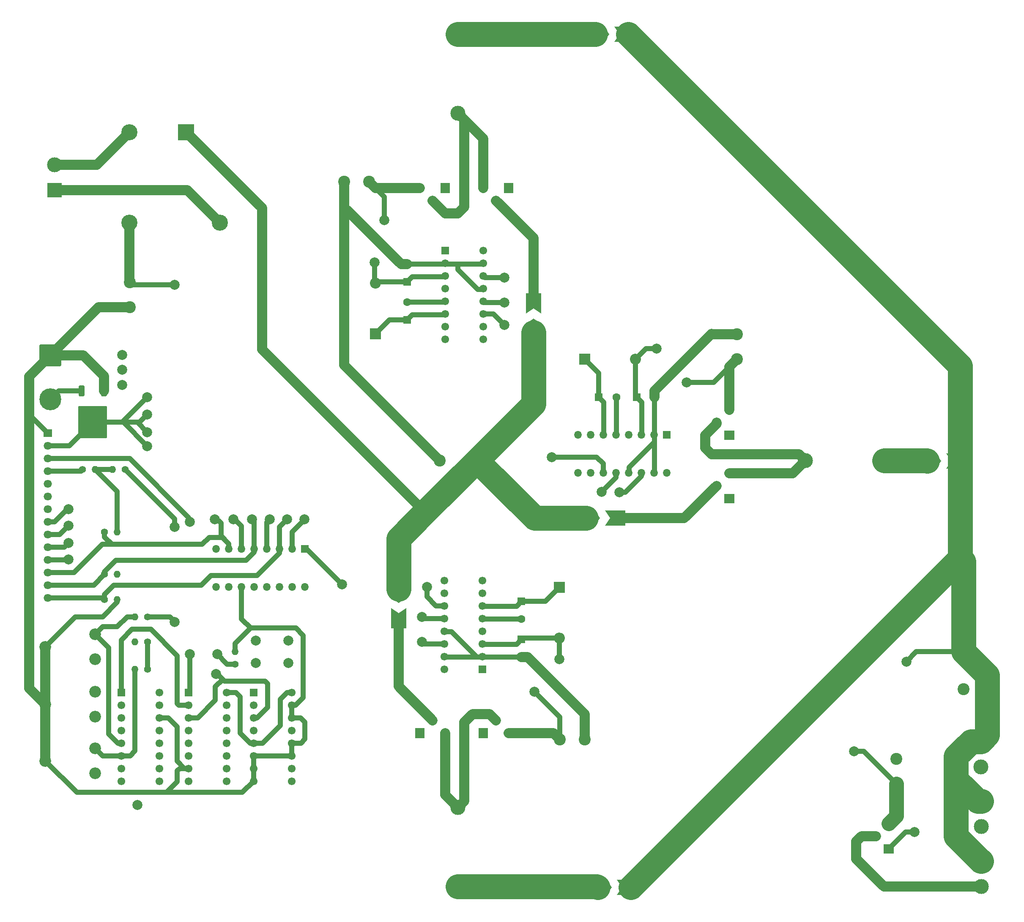
<source format=gbr>
%TF.GenerationSoftware,KiCad,Pcbnew,7.0.1*%
%TF.CreationDate,2023-05-07T11:03:51+02:00*%
%TF.ProjectId,Alim_1000W,416c696d-5f31-4303-9030-572e6b696361,rev?*%
%TF.SameCoordinates,Original*%
%TF.FileFunction,Copper,L1,Top*%
%TF.FilePolarity,Positive*%
%FSLAX46Y46*%
G04 Gerber Fmt 4.6, Leading zero omitted, Abs format (unit mm)*
G04 Created by KiCad (PCBNEW 7.0.1) date 2023-05-07 11:03:51*
%MOMM*%
%LPD*%
G01*
G04 APERTURE LIST*
G04 Aperture macros list*
%AMRoundRect*
0 Rectangle with rounded corners*
0 $1 Rounding radius*
0 $2 $3 $4 $5 $6 $7 $8 $9 X,Y pos of 4 corners*
0 Add a 4 corners polygon primitive as box body*
4,1,4,$2,$3,$4,$5,$6,$7,$8,$9,$2,$3,0*
0 Add four circle primitives for the rounded corners*
1,1,$1+$1,$2,$3*
1,1,$1+$1,$4,$5*
1,1,$1+$1,$6,$7*
1,1,$1+$1,$8,$9*
0 Add four rect primitives between the rounded corners*
20,1,$1+$1,$2,$3,$4,$5,0*
20,1,$1+$1,$4,$5,$6,$7,0*
20,1,$1+$1,$6,$7,$8,$9,0*
20,1,$1+$1,$8,$9,$2,$3,0*%
%AMFreePoly0*
4,1,6,2.794000,0.000000,1.770000,-1.524000,-2.286000,-1.524000,-2.286000,1.524000,1.778000,1.524000,2.794000,0.000000,2.794000,0.000000,$1*%
%AMFreePoly1*
4,1,6,1.270000,-1.524000,-2.794000,-1.524000,-1.778000,0.000000,-2.794000,1.524000,1.270000,1.524000,1.270000,-1.524000,1.270000,-1.524000,$1*%
G04 Aperture macros list end*
%TA.AperFunction,ComponentPad*%
%ADD10R,1.600000X1.600000*%
%TD*%
%TA.AperFunction,ComponentPad*%
%ADD11C,1.600000*%
%TD*%
%TA.AperFunction,ComponentPad*%
%ADD12C,1.400000*%
%TD*%
%TA.AperFunction,ComponentPad*%
%ADD13O,1.400000X1.400000*%
%TD*%
%TA.AperFunction,ComponentPad*%
%ADD14R,2.400000X2.400000*%
%TD*%
%TA.AperFunction,ComponentPad*%
%ADD15C,2.400000*%
%TD*%
%TA.AperFunction,SMDPad,CuDef*%
%ADD16FreePoly0,0.000000*%
%TD*%
%TA.AperFunction,SMDPad,CuDef*%
%ADD17FreePoly1,0.000000*%
%TD*%
%TA.AperFunction,ComponentPad*%
%ADD18RoundRect,0.249999X-1.950001X1.950001X-1.950001X-1.950001X1.950001X-1.950001X1.950001X1.950001X0*%
%TD*%
%TA.AperFunction,ComponentPad*%
%ADD19C,4.400000*%
%TD*%
%TA.AperFunction,ComponentPad*%
%ADD20C,2.340000*%
%TD*%
%TA.AperFunction,ComponentPad*%
%ADD21R,3.220000X3.220000*%
%TD*%
%TA.AperFunction,ComponentPad*%
%ADD22C,3.220000*%
%TD*%
%TA.AperFunction,SMDPad,CuDef*%
%ADD23FreePoly0,90.000000*%
%TD*%
%TA.AperFunction,SMDPad,CuDef*%
%ADD24FreePoly1,90.000000*%
%TD*%
%TA.AperFunction,ComponentPad*%
%ADD25C,2.000000*%
%TD*%
%TA.AperFunction,ComponentPad*%
%ADD26R,3.000000X3.000000*%
%TD*%
%TA.AperFunction,ComponentPad*%
%ADD27C,3.000000*%
%TD*%
%TA.AperFunction,ComponentPad*%
%ADD28R,1.905000X2.000000*%
%TD*%
%TA.AperFunction,ComponentPad*%
%ADD29O,1.905000X2.000000*%
%TD*%
%TA.AperFunction,ComponentPad*%
%ADD30O,1.600000X1.500000*%
%TD*%
%TA.AperFunction,ComponentPad*%
%ADD31R,1.600000X1.500000*%
%TD*%
%TA.AperFunction,ComponentPad*%
%ADD32R,2.000000X1.905000*%
%TD*%
%TA.AperFunction,ComponentPad*%
%ADD33O,2.000000X1.905000*%
%TD*%
%TA.AperFunction,ComponentPad*%
%ADD34O,1.500000X1.600000*%
%TD*%
%TA.AperFunction,ComponentPad*%
%ADD35R,1.500000X1.600000*%
%TD*%
%TA.AperFunction,ComponentPad*%
%ADD36R,2.200000X2.200000*%
%TD*%
%TA.AperFunction,ComponentPad*%
%ADD37O,2.200000X2.200000*%
%TD*%
%TA.AperFunction,SMDPad,CuDef*%
%ADD38FreePoly0,270.000000*%
%TD*%
%TA.AperFunction,SMDPad,CuDef*%
%ADD39FreePoly1,270.000000*%
%TD*%
%TA.AperFunction,ComponentPad*%
%ADD40R,1.700000X1.500000*%
%TD*%
%TA.AperFunction,ComponentPad*%
%ADD41O,1.700000X1.500000*%
%TD*%
%TA.AperFunction,SMDPad,CuDef*%
%ADD42RoundRect,0.250000X-0.350000X0.850000X-0.350000X-0.850000X0.350000X-0.850000X0.350000X0.850000X0*%
%TD*%
%TA.AperFunction,SMDPad,CuDef*%
%ADD43RoundRect,0.250000X-1.125000X1.275000X-1.125000X-1.275000X1.125000X-1.275000X1.125000X1.275000X0*%
%TD*%
%TA.AperFunction,SMDPad,CuDef*%
%ADD44RoundRect,0.249997X-2.650003X2.950003X-2.650003X-2.950003X2.650003X-2.950003X2.650003X2.950003X0*%
%TD*%
%TA.AperFunction,ViaPad*%
%ADD45C,2.000000*%
%TD*%
%TA.AperFunction,Conductor*%
%ADD46C,2.000000*%
%TD*%
%TA.AperFunction,Conductor*%
%ADD47C,5.000000*%
%TD*%
%TA.AperFunction,Conductor*%
%ADD48C,1.000000*%
%TD*%
%TA.AperFunction,Conductor*%
%ADD49C,3.000000*%
%TD*%
G04 APERTURE END LIST*
D10*
%TO.P,C6,1*%
%TO.N,+12V*%
X91070000Y-67347370D03*
D11*
%TO.P,C6,2*%
%TO.N,GND*%
X91070000Y-63831370D03*
%TD*%
D12*
%TO.P,R12,1*%
%TO.N,SigCom1*%
X30460000Y-131015000D03*
D13*
%TO.P,R12,2*%
%TO.N,GND*%
X33000000Y-131015000D03*
%TD*%
D14*
%TO.P,C4,1*%
%TO.N,Vo+*%
X202500000Y-141500000D03*
D15*
%TO.P,C4,2*%
%TO.N,GND*%
X202500000Y-149000000D03*
%TD*%
D16*
%TO.P,JP1,1,A*%
%TO.N,Vunreg*%
X126830000Y-114751370D03*
D17*
%TO.P,JP1,2,B*%
%TO.N,/Phase/Vin*%
X133434000Y-114751370D03*
%TD*%
D10*
%TO.P,C8,1*%
%TO.N,+12V*%
X113930000Y-139015370D03*
D11*
%TO.P,C8,2*%
%TO.N,GND*%
X113930000Y-142531370D03*
%TD*%
D18*
%TO.P,J5,1*%
%TO.N,GND*%
X19600000Y-82115000D03*
D19*
%TO.P,J5,2*%
%TO.N,+12V*%
X19600000Y-90915000D03*
%TD*%
D20*
%TO.P,RV3,1,1*%
%TO.N,OutOvercurrentRef*%
X28600000Y-160865000D03*
%TO.P,RV3,2,2*%
%TO.N,GND*%
X18600000Y-163365000D03*
%TO.P,RV3,3,3*%
%TO.N,unconnected-(RV3-Pad3)*%
X28600000Y-165865000D03*
%TD*%
D21*
%TO.P,D1,1,+*%
%TO.N,Vunreg*%
X46810000Y-37410000D03*
D22*
%TO.P,D1,2*%
%TO.N,NEUT*%
X53510000Y-55510000D03*
%TO.P,D1,3,-*%
%TO.N,ISenseIn*%
X35410000Y-55510000D03*
%TO.P,D1,4*%
%TO.N,LINE*%
X35410000Y-37410000D03*
%TD*%
D23*
%TO.P,JP2,1,A*%
%TO.N,Vunreg*%
X116330000Y-77545370D03*
D24*
%TO.P,JP2,2,B*%
%TO.N,/Phase1/Vin*%
X116330000Y-70941370D03*
%TD*%
D25*
%TO.P,SW1,1,1*%
%TO.N,OutEn*%
X67250000Y-143750000D03*
X60750000Y-143750000D03*
%TO.P,SW1,2,2*%
%TO.N,+3.3V*%
X67250000Y-139250000D03*
X60750000Y-139250000D03*
%TD*%
D12*
%TO.P,R11,1*%
%TO.N,OutDisable*%
X34600000Y-105015000D03*
D13*
%TO.P,R11,2*%
%TO.N,GND*%
X32060000Y-105015000D03*
%TD*%
D10*
%TO.P,C7,1*%
%TO.N,Net-(D4-K)*%
X113930000Y-131395370D03*
D11*
%TO.P,C7,2*%
%TO.N,Net-(U6-VS)*%
X113930000Y-134911370D03*
%TD*%
D15*
%TO.P,R3,1*%
%TO.N,GND*%
X35500000Y-72500000D03*
%TO.P,R3,2*%
%TO.N,ISenseIn*%
X35500000Y-67500000D03*
%TD*%
D26*
%TO.P,J3,1,Pin_1*%
%TO.N,Vo+*%
X206000000Y-183460000D03*
D27*
%TO.P,J3,2,Pin_2*%
%TO.N,Vo-*%
X206000000Y-188540000D03*
%TD*%
D16*
%TO.P,JP6,1,A*%
%TO.N,/Phase2/Vout*%
X129226000Y-188751370D03*
D17*
%TO.P,JP6,2,B*%
%TO.N,Vo+*%
X135830000Y-188751370D03*
%TD*%
D16*
%TO.P,JP5,1,A*%
%TO.N,/Phase1/Vout*%
X128726000Y-17751370D03*
D17*
%TO.P,JP5,2,B*%
%TO.N,Vo+*%
X135330000Y-17751370D03*
%TD*%
D26*
%TO.P,J1,1,Pin_1*%
%TO.N,Vo+*%
X205920000Y-159460000D03*
D27*
%TO.P,J1,2,Pin_2*%
%TO.N,Vo-*%
X205920000Y-164540000D03*
%TD*%
D15*
%TO.P,R5,1*%
%TO.N,ISenseP3*%
X121630000Y-159041370D03*
%TO.P,R5,2*%
%TO.N,GND*%
X126630000Y-159041370D03*
%TD*%
D28*
%TO.P,Q6,1*%
%TO.N,Net-(U6-HO)*%
X93610000Y-157771370D03*
D29*
%TO.P,Q6,2*%
%TO.N,/Phase2/Vin*%
X96150000Y-155231370D03*
%TO.P,Q6,3*%
%TO.N,Net-(U6-VS)*%
X98690000Y-157771370D03*
%TD*%
D30*
%TO.P,U6,*%
%TO.N,*%
X106120000Y-127220000D03*
X98500000Y-127220000D03*
D31*
%TO.P,U6,1,LO*%
%TO.N,Net-(U6-LO)*%
X106120000Y-145000000D03*
D30*
%TO.P,U6,2,COM*%
%TO.N,GND*%
X106120000Y-142460000D03*
%TO.P,U6,3,VCC*%
%TO.N,+12V*%
X106120000Y-139920000D03*
%TO.P,U6,4,NC*%
%TO.N,unconnected-(U6-NC-Pad4)*%
X106120000Y-137380000D03*
%TO.P,U6,5,VS*%
%TO.N,Net-(U6-VS)*%
X106120000Y-134840000D03*
%TO.P,U6,6,VB*%
%TO.N,Net-(D4-K)*%
X106120000Y-132300000D03*
%TO.P,U6,7,HO*%
%TO.N,Net-(U6-HO)*%
X106120000Y-129760000D03*
%TO.P,U6,8,NC*%
%TO.N,unconnected-(U6-NC-Pad8)*%
X98500000Y-129760000D03*
%TO.P,U6,9,VDD*%
%TO.N,+3.3V*%
X98500000Y-132300000D03*
%TO.P,U6,10,HIN*%
%TO.N,SigCom3*%
X98500000Y-134840000D03*
%TO.P,U6,11,SD*%
%TO.N,GND*%
X98500000Y-137380000D03*
%TO.P,U6,12,LIN*%
%TO.N,/Phase2/nSigCom*%
X98500000Y-139920000D03*
%TO.P,U6,13,VSS*%
%TO.N,GND*%
X98500000Y-142460000D03*
%TO.P,U6,14,NC*%
%TO.N,unconnected-(U6-NC-Pad14)*%
X98500000Y-145000000D03*
%TD*%
D32*
%TO.P,Q2,1*%
%TO.N,Net-(U1-LO)*%
X155572500Y-98081370D03*
D33*
%TO.P,Q2,2*%
%TO.N,Net-(U1-VS)*%
X153032500Y-95541370D03*
%TO.P,Q2,3*%
%TO.N,ISenseP1*%
X155572500Y-93001370D03*
%TD*%
D12*
%TO.P,R8,1*%
%TO.N,+3.3V*%
X39100000Y-145015000D03*
D13*
%TO.P,R8,2*%
%TO.N,OutOvercurrentRef*%
X36560000Y-145015000D03*
%TD*%
D34*
%TO.P,U1,*%
%TO.N,*%
X125260000Y-98000000D03*
X125260000Y-105620000D03*
D35*
%TO.P,U1,1,LO*%
%TO.N,Net-(U1-LO)*%
X143040000Y-98000000D03*
D34*
%TO.P,U1,2,COM*%
%TO.N,GND*%
X140500000Y-98000000D03*
%TO.P,U1,3,VCC*%
%TO.N,+12V*%
X137960000Y-98000000D03*
%TO.P,U1,4,NC*%
%TO.N,unconnected-(U1-NC-Pad4)*%
X135420000Y-98000000D03*
%TO.P,U1,5,VS*%
%TO.N,Net-(U1-VS)*%
X132880000Y-98000000D03*
%TO.P,U1,6,VB*%
%TO.N,Net-(D3-K)*%
X130340000Y-98000000D03*
%TO.P,U1,7,HO*%
%TO.N,Net-(U1-HO)*%
X127800000Y-98000000D03*
%TO.P,U1,8,NC*%
%TO.N,unconnected-(U1-NC-Pad8)*%
X127800000Y-105620000D03*
%TO.P,U1,9,VDD*%
%TO.N,+3.3V*%
X130340000Y-105620000D03*
%TO.P,U1,10,HIN*%
%TO.N,SigCom1*%
X132880000Y-105620000D03*
%TO.P,U1,11,SD*%
%TO.N,GND*%
X135420000Y-105620000D03*
%TO.P,U1,12,LIN*%
%TO.N,/Phase/nSigCom*%
X137960000Y-105620000D03*
%TO.P,U1,13,VSS*%
%TO.N,GND*%
X140500000Y-105620000D03*
%TO.P,U1,14,NC*%
%TO.N,unconnected-(U1-NC-Pad14)*%
X143040000Y-105620000D03*
%TD*%
D27*
%TO.P,L1,1,1*%
%TO.N,Net-(U4-VS)*%
X101230000Y-33591370D03*
%TO.P,L1,2,2*%
%TO.N,/Phase1/Vout*%
X101230000Y-17791370D03*
%TD*%
D10*
%TO.P,C3,1*%
%TO.N,+12V*%
X137044000Y-90461370D03*
D11*
%TO.P,C3,2*%
%TO.N,GND*%
X140560000Y-90461370D03*
%TD*%
D14*
%TO.P,C1,1*%
%TO.N,Vunreg*%
X105040000Y-103161370D03*
D15*
%TO.P,C1,2*%
%TO.N,GND*%
X97540000Y-103161370D03*
%TD*%
D12*
%TO.P,R7,1*%
%TO.N,+3.3V*%
X39100000Y-139515000D03*
D13*
%TO.P,R7,2*%
%TO.N,VoRef*%
X36560000Y-139515000D03*
%TD*%
D32*
%TO.P,Q3,1*%
%TO.N,OutEnLatched*%
X187500000Y-181000000D03*
D33*
%TO.P,Q3,2*%
%TO.N,Vo-*%
X184960000Y-178460000D03*
%TO.P,Q3,3*%
%TO.N,ISenseOut*%
X187500000Y-175920000D03*
%TD*%
D20*
%TO.P,RV2,1,1*%
%TO.N,VoRef*%
X28600000Y-149515000D03*
%TO.P,RV2,2,2*%
%TO.N,GND*%
X18600000Y-152015000D03*
%TO.P,RV2,3,3*%
%TO.N,unconnected-(RV2-Pad3)*%
X28600000Y-154515000D03*
%TD*%
D15*
%TO.P,R2,1*%
%TO.N,GND*%
X189000000Y-163000000D03*
%TO.P,R2,2*%
%TO.N,ISenseOut*%
X189000000Y-168000000D03*
%TD*%
D26*
%TO.P,J6,1,Pin_1*%
%TO.N,NEUT*%
X20407500Y-49000000D03*
D27*
%TO.P,J6,2,Pin_2*%
%TO.N,LINE*%
X20407500Y-43920000D03*
%TD*%
D30*
%TO.P,U8,*%
%TO.N,*%
X47300000Y-167420000D03*
X54920000Y-167420000D03*
D31*
%TO.P,U8,1*%
%TO.N,OutDisableMCU*%
X47300000Y-149640000D03*
D30*
%TO.P,U8,2*%
%TO.N,OutDisableOvercurrent*%
X47300000Y-152180000D03*
%TO.P,U8,3*%
%TO.N,OutDisable*%
X47300000Y-154720000D03*
%TO.P,U8,4*%
%TO.N,unconnected-(U8-Pad4)*%
X47300000Y-157260000D03*
%TO.P,U8,5*%
%TO.N,unconnected-(U8-Pad5)*%
X47300000Y-159800000D03*
%TO.P,U8,6*%
%TO.N,unconnected-(U8-Pad6)*%
X47300000Y-162340000D03*
%TO.P,U8,7,VSS*%
%TO.N,GND*%
X47300000Y-164880000D03*
%TO.P,U8,8*%
%TO.N,unconnected-(U8-Pad8)*%
X54920000Y-164880000D03*
%TO.P,U8,9*%
%TO.N,unconnected-(U8-Pad9)*%
X54920000Y-162340000D03*
%TO.P,U8,10*%
%TO.N,unconnected-(U8-Pad10)*%
X54920000Y-159800000D03*
%TO.P,U8,11*%
%TO.N,unconnected-(U8-Pad11)*%
X54920000Y-157260000D03*
%TO.P,U8,12*%
%TO.N,unconnected-(U8-Pad12)*%
X54920000Y-154720000D03*
%TO.P,U8,13*%
%TO.N,unconnected-(U8-Pad13)*%
X54920000Y-152180000D03*
%TO.P,U8,14,VDD*%
%TO.N,+3.3V*%
X54920000Y-149640000D03*
%TD*%
D12*
%TO.P,R10,1*%
%TO.N,OutEn*%
X26060000Y-105015000D03*
D13*
%TO.P,R10,2*%
%TO.N,GND*%
X28600000Y-105015000D03*
%TD*%
D35*
%TO.P,U2,1,VCC*%
%TO.N,+3.3V*%
X70580000Y-120880000D03*
D34*
%TO.P,U2,2*%
%TO.N,/Phase/nSigCom*%
X68040000Y-120880000D03*
%TO.P,U2,3*%
%TO.N,SigCom1*%
X65500000Y-120880000D03*
%TO.P,U2,4*%
%TO.N,/Phase1/nSigCom*%
X62960000Y-120880000D03*
%TO.P,U2,5*%
%TO.N,SigCom2*%
X60420000Y-120880000D03*
%TO.P,U2,6*%
%TO.N,/Phase2/nSigCom*%
X57880000Y-120880000D03*
%TO.P,U2,7*%
%TO.N,SigCom3*%
X55340000Y-120880000D03*
%TO.P,U2,8,VSS*%
%TO.N,GND*%
X52800000Y-120880000D03*
%TO.P,U2,9*%
X52800000Y-128500000D03*
%TO.P,U2,10*%
%TO.N,unconnected-(U2-Pad10)*%
X55340000Y-128500000D03*
%TO.P,U2,11*%
%TO.N,GND*%
X57880000Y-128500000D03*
%TO.P,U2,12*%
%TO.N,unconnected-(U2-Pad12)*%
X60420000Y-128500000D03*
%TO.P,U2,13*%
%TO.N,N/C*%
X62960000Y-128500000D03*
%TO.P,U2,14*%
%TO.N,GND*%
X65500000Y-128500000D03*
%TO.P,U2,15*%
%TO.N,unconnected-(U2-Pad15)*%
X68040000Y-128500000D03*
%TO.P,U2,16*%
%TO.N,N/C*%
X70580000Y-128500000D03*
%TD*%
D12*
%TO.P,R13,1*%
%TO.N,SigCom2*%
X30460000Y-126000000D03*
D13*
%TO.P,R13,2*%
%TO.N,GND*%
X33000000Y-126000000D03*
%TD*%
D27*
%TO.P,L2,1,1*%
%TO.N,Net-(U1-VS)*%
X170800000Y-103161370D03*
%TO.P,L2,2,2*%
%TO.N,/Phase/Vout*%
X186600000Y-103161370D03*
%TD*%
D26*
%TO.P,J2,1,Pin_1*%
%TO.N,Vo+*%
X206000000Y-171460000D03*
D27*
%TO.P,J2,2,Pin_2*%
%TO.N,Vo-*%
X206000000Y-176540000D03*
%TD*%
D12*
%TO.P,R14,1*%
%TO.N,SigCom3*%
X30460000Y-117500000D03*
D13*
%TO.P,R14,2*%
%TO.N,GND*%
X33000000Y-117500000D03*
%TD*%
D31*
%TO.P,U5,1*%
%TO.N,unconnected-(U5-Pad1)*%
X60300000Y-149640000D03*
D30*
%TO.P,U5,2*%
%TO.N,OutEnLatched*%
X60300000Y-152180000D03*
%TO.P,U5,3*%
%TO.N,OutDisable*%
X60300000Y-154720000D03*
%TO.P,U5,4*%
%TO.N,OutEn*%
X60300000Y-157260000D03*
%TO.P,U5,5,EN*%
%TO.N,+3.3V*%
X60300000Y-159800000D03*
%TO.P,U5,6*%
%TO.N,GND*%
X60300000Y-162340000D03*
%TO.P,U5,7*%
X60300000Y-164880000D03*
%TO.P,U5,8,Vss*%
X60300000Y-167420000D03*
%TO.P,U5,9*%
%TO.N,unconnected-(U5-Pad9)*%
X67920000Y-167420000D03*
%TO.P,U5,10*%
%TO.N,unconnected-(U5-Pad10)*%
X67920000Y-164880000D03*
%TO.P,U5,11*%
%TO.N,GND*%
X67920000Y-162340000D03*
%TO.P,U5,12*%
X67920000Y-159800000D03*
%TO.P,U5,13*%
%TO.N,N/C*%
X67920000Y-157260000D03*
%TO.P,U5,14*%
%TO.N,GND*%
X67920000Y-154720000D03*
%TO.P,U5,15*%
X67920000Y-152180000D03*
%TO.P,U5,16,Vdd*%
%TO.N,+3.3V*%
X67920000Y-149640000D03*
%TD*%
D36*
%TO.P,D3,1,K*%
%TO.N,Net-(D3-K)*%
X126630000Y-82841370D03*
D37*
%TO.P,D3,2,A*%
%TO.N,+12V*%
X136790000Y-82841370D03*
%TD*%
D32*
%TO.P,Q1,1*%
%TO.N,Net-(U1-HO)*%
X155572500Y-110781370D03*
D33*
%TO.P,Q1,2*%
%TO.N,/Phase/Vin*%
X153032500Y-108241370D03*
%TO.P,Q1,3*%
%TO.N,Net-(U1-VS)*%
X155572500Y-105701370D03*
%TD*%
D30*
%TO.P,U4,*%
%TO.N,*%
X98700000Y-78905000D03*
X106320000Y-78905000D03*
D31*
%TO.P,U4,1,LO*%
%TO.N,Net-(U4-LO)*%
X98700000Y-61125000D03*
D30*
%TO.P,U4,2,COM*%
%TO.N,GND*%
X98700000Y-63665000D03*
%TO.P,U4,3,VCC*%
%TO.N,+12V*%
X98700000Y-66205000D03*
%TO.P,U4,4,NC*%
%TO.N,unconnected-(U4-NC-Pad4)*%
X98700000Y-68745000D03*
%TO.P,U4,5,VS*%
%TO.N,Net-(U4-VS)*%
X98700000Y-71285000D03*
%TO.P,U4,6,VB*%
%TO.N,Net-(D2-K)*%
X98700000Y-73825000D03*
%TO.P,U4,7,HO*%
%TO.N,Net-(U4-HO)*%
X98700000Y-76365000D03*
%TO.P,U4,8,NC*%
%TO.N,unconnected-(U4-NC-Pad8)*%
X106320000Y-76365000D03*
%TO.P,U4,9,VDD*%
%TO.N,+3.3V*%
X106320000Y-73825000D03*
%TO.P,U4,10,HIN*%
%TO.N,SigCom2*%
X106320000Y-71285000D03*
%TO.P,U4,11,SD*%
%TO.N,GND*%
X106320000Y-68745000D03*
%TO.P,U4,12,LIN*%
%TO.N,/Phase1/nSigCom*%
X106320000Y-66205000D03*
%TO.P,U4,13,VSS*%
%TO.N,GND*%
X106320000Y-63665000D03*
%TO.P,U4,14,NC*%
%TO.N,unconnected-(U4-NC-Pad14)*%
X106320000Y-61125000D03*
%TD*%
D36*
%TO.P,D2,1,K*%
%TO.N,Net-(D2-K)*%
X84720000Y-77761370D03*
D37*
%TO.P,D2,2,A*%
%TO.N,+12V*%
X84720000Y-67601370D03*
%TD*%
D38*
%TO.P,JP3,1,A*%
%TO.N,Vunreg*%
X89330000Y-128957370D03*
D39*
%TO.P,JP3,2,B*%
%TO.N,/Phase2/Vin*%
X89330000Y-135561370D03*
%TD*%
D12*
%TO.P,R6,1*%
%TO.N,Vo+*%
X39100000Y-134515000D03*
D13*
%TO.P,R6,2*%
%TO.N,VoSense*%
X36560000Y-134515000D03*
%TD*%
D28*
%TO.P,Q4,1*%
%TO.N,Net-(U4-HO)*%
X111390000Y-48551370D03*
D29*
%TO.P,Q4,2*%
%TO.N,/Phase1/Vin*%
X108850000Y-51091370D03*
%TO.P,Q4,3*%
%TO.N,Net-(U4-VS)*%
X106310000Y-48551370D03*
%TD*%
D20*
%TO.P,RV1,1,1*%
%TO.N,VoSense*%
X28600000Y-138015000D03*
%TO.P,RV1,2,2*%
%TO.N,GND*%
X18600000Y-140515000D03*
%TO.P,RV1,3,3*%
%TO.N,unconnected-(RV1-Pad3)*%
X28600000Y-143015000D03*
%TD*%
D40*
%TO.P,J4,1,Pin_1*%
%TO.N,GND*%
X19100000Y-97695000D03*
D41*
%TO.P,J4,2,Pin_2*%
%TO.N,+3.3V*%
X19100000Y-100235000D03*
%TO.P,J4,3,Pin_3*%
%TO.N,OutDisableMCU*%
X19100000Y-102775000D03*
%TO.P,J4,4,Pin_4*%
%TO.N,OutEn*%
X19100000Y-105315000D03*
%TO.P,J4,5,Pin_5*%
%TO.N,VoOver*%
X19100000Y-107855000D03*
%TO.P,J4,6,Pin_6*%
%TO.N,VoSense*%
X19100000Y-110395000D03*
%TO.P,J4,7,Pin_7*%
%TO.N,ISenseOut*%
X19100000Y-112935000D03*
%TO.P,J4,8,Pin_8*%
%TO.N,ISenseP3*%
X19100000Y-115475000D03*
%TO.P,J4,9,Pin_9*%
%TO.N,ISenseP2*%
X19100000Y-118015000D03*
%TO.P,J4,10,Pin_10*%
%TO.N,ISenseP1*%
X19100000Y-120555000D03*
%TO.P,J4,11,Pin_11*%
%TO.N,ISenseIn*%
X19100000Y-123095000D03*
%TO.P,J4,12,Pin_12*%
%TO.N,SigCom3*%
X19100000Y-125635000D03*
%TO.P,J4,13,Pin_13*%
%TO.N,SigCom2*%
X19100000Y-128175000D03*
%TO.P,J4,14,Pin_14*%
%TO.N,SigCom1*%
X19100000Y-130715000D03*
%TD*%
D12*
%TO.P,R9,1*%
%TO.N,OutEnLatched*%
X56600000Y-144015000D03*
D13*
%TO.P,R9,2*%
%TO.N,GND*%
X56600000Y-141475000D03*
%TD*%
D42*
%TO.P,U7,1,GND*%
%TO.N,GND*%
X30380000Y-89215000D03*
D43*
%TO.P,U7,2,VO*%
%TO.N,+3.3V*%
X29625000Y-93840000D03*
X26575000Y-93840000D03*
D44*
X28100000Y-95515000D03*
D43*
X29625000Y-97190000D03*
X26575000Y-97190000D03*
D42*
%TO.P,U7,3,VI*%
%TO.N,+12V*%
X25820000Y-89215000D03*
%TD*%
D36*
%TO.P,D4,1,K*%
%TO.N,Net-(D4-K)*%
X121550000Y-128561370D03*
D37*
%TO.P,D4,2,A*%
%TO.N,+12V*%
X121550000Y-138721370D03*
%TD*%
D28*
%TO.P,Q7,1*%
%TO.N,Net-(U6-LO)*%
X106310000Y-157771370D03*
D29*
%TO.P,Q7,2*%
%TO.N,Net-(U6-VS)*%
X108850000Y-155231370D03*
%TO.P,Q7,3*%
%TO.N,ISenseP3*%
X111390000Y-157771370D03*
%TD*%
D27*
%TO.P,L3,1,1*%
%TO.N,Net-(U6-VS)*%
X101230000Y-172731370D03*
%TO.P,L3,2,2*%
%TO.N,/Phase2/Vout*%
X101230000Y-188531370D03*
%TD*%
D10*
%TO.P,C2,1*%
%TO.N,Net-(D3-K)*%
X129424000Y-90461370D03*
D11*
%TO.P,C2,2*%
%TO.N,Net-(U1-VS)*%
X132940000Y-90461370D03*
%TD*%
D30*
%TO.P,U3,*%
%TO.N,*%
X33800000Y-167420000D03*
X41420000Y-167420000D03*
D31*
%TO.P,U3,1*%
%TO.N,OutDisableOvercurrent*%
X33800000Y-149640000D03*
D30*
%TO.P,U3,2*%
%TO.N,VoOver*%
X33800000Y-152180000D03*
%TO.P,U3,3,V+*%
%TO.N,+3.3V*%
X33800000Y-154720000D03*
%TO.P,U3,4,-*%
%TO.N,VoRef*%
X33800000Y-157260000D03*
%TO.P,U3,5,+*%
%TO.N,VoSense*%
X33800000Y-159800000D03*
%TO.P,U3,6,-*%
%TO.N,OutOvercurrentRef*%
X33800000Y-162340000D03*
%TO.P,U3,7,+*%
%TO.N,ISenseOut*%
X33800000Y-164880000D03*
%TO.P,U3,8,-*%
%TO.N,unconnected-(U3D---Pad8)*%
X41420000Y-164880000D03*
%TO.P,U3,9,+*%
%TO.N,unconnected-(U3D-+-Pad9)*%
X41420000Y-162340000D03*
%TO.P,U3,10,-*%
%TO.N,unconnected-(U3C---Pad10)*%
X41420000Y-159800000D03*
%TO.P,U3,11,+*%
%TO.N,unconnected-(U3C-+-Pad11)*%
X41420000Y-157260000D03*
%TO.P,U3,12,V-*%
%TO.N,GND*%
X41420000Y-154720000D03*
%TO.P,U3,13*%
%TO.N,unconnected-(U3-Pad13)*%
X41420000Y-152180000D03*
%TO.P,U3,14*%
%TO.N,unconnected-(U3-Pad14)*%
X41420000Y-149640000D03*
%TD*%
D10*
%TO.P,C5,1*%
%TO.N,Net-(D2-K)*%
X91070000Y-74967370D03*
D11*
%TO.P,C5,2*%
%TO.N,Net-(U4-VS)*%
X91070000Y-71451370D03*
%TD*%
D16*
%TO.P,JP4,1,A*%
%TO.N,/Phase/Vout*%
X195226000Y-103251370D03*
D17*
%TO.P,JP4,2,B*%
%TO.N,Vo+*%
X201830000Y-103251370D03*
%TD*%
D28*
%TO.P,Q5,1*%
%TO.N,Net-(U4-LO)*%
X98690000Y-48551370D03*
D29*
%TO.P,Q5,2*%
%TO.N,Net-(U4-VS)*%
X96150000Y-51091370D03*
%TO.P,Q5,3*%
%TO.N,ISenseP2*%
X93610000Y-48551370D03*
%TD*%
D15*
%TO.P,R4,1*%
%TO.N,ISenseP2*%
X83450000Y-47281370D03*
%TO.P,R4,2*%
%TO.N,GND*%
X78450000Y-47281370D03*
%TD*%
%TO.P,R1,1*%
%TO.N,ISenseP1*%
X157110000Y-82841370D03*
%TO.P,R1,2*%
%TO.N,GND*%
X157110000Y-77841370D03*
%TD*%
D45*
%TO.N,+12V*%
X141000000Y-80760870D03*
X121500000Y-143000000D03*
X84500000Y-63500000D03*
X34000000Y-88000000D03*
X34000000Y-82000000D03*
X34000000Y-85000000D03*
%TO.N,Vo+*%
X44500000Y-135500000D03*
X191000000Y-143500000D03*
%TO.N,ISenseIn*%
X23232078Y-123000000D03*
X44500000Y-68000000D03*
%TO.N,OutDisableMCU*%
X47500000Y-115500500D03*
X47500000Y-142000000D03*
%TO.N,ISenseOut*%
X37000000Y-172169500D03*
X180517414Y-161482586D03*
%TO.N,ISenseP3*%
X23232078Y-112894500D03*
X116500000Y-149500000D03*
%TO.N,ISenseP2*%
X86500000Y-55000000D03*
X23232078Y-116214664D03*
%TO.N,ISenseP1*%
X23232078Y-119732078D03*
X147000000Y-87500000D03*
%TO.N,SigCom3*%
X52500000Y-115000000D03*
X94000000Y-134500000D03*
%TO.N,SigCom2*%
X60000000Y-115000000D03*
X110500000Y-71500000D03*
%TO.N,SigCom1*%
X67000000Y-115000000D03*
X130000000Y-109500000D03*
%TO.N,OutEnLatched*%
X192659033Y-177659033D03*
X53000000Y-142000000D03*
%TO.N,+3.3V*%
X110500000Y-76000000D03*
X78000000Y-128000000D03*
X39000000Y-94000000D03*
X39000000Y-97500000D03*
X39000000Y-90500000D03*
X39000000Y-100315500D03*
X120000000Y-102500000D03*
X94999500Y-128496018D03*
%TO.N,OutDisable*%
X52794500Y-145948266D03*
X44500000Y-116500000D03*
%TO.N,/Phase/nSigCom*%
X70500000Y-115000000D03*
X133517414Y-109517414D03*
%TO.N,/Phase1/nSigCom*%
X63500000Y-115000000D03*
X110500000Y-66500000D03*
%TO.N,/Phase2/nSigCom*%
X94000000Y-139500000D03*
X56267414Y-115000000D03*
%TD*%
D46*
%TO.N,Vunreg*%
X62000000Y-52600000D02*
X46810000Y-37410000D01*
D47*
X94640000Y-113561370D02*
X105040000Y-103161370D01*
D46*
X94640000Y-113561370D02*
X62000000Y-80921370D01*
D47*
X89330000Y-128957370D02*
X89330000Y-118871370D01*
X116630000Y-114751370D02*
X105040000Y-103161370D01*
X116330000Y-91871370D02*
X105040000Y-103161370D01*
X89330000Y-118871370D02*
X94640000Y-113561370D01*
X116330000Y-77545370D02*
X116330000Y-91871370D01*
D46*
X62000000Y-80921370D02*
X62000000Y-52600000D01*
D47*
X126830000Y-114751370D02*
X116630000Y-114751370D01*
D48*
%TO.N,GND*%
X101230000Y-63791370D02*
X106310000Y-63791370D01*
D46*
X18600000Y-152015000D02*
X15400000Y-148815000D01*
D48*
X140600000Y-99490000D02*
X140600000Y-99351370D01*
X45000000Y-156500000D02*
X45000000Y-163415000D01*
D46*
X18600000Y-163365000D02*
X18600000Y-152015000D01*
D48*
X57880000Y-134915534D02*
X57880000Y-128500000D01*
X98680000Y-142531370D02*
X105040000Y-142531370D01*
X67920000Y-154720000D02*
X69720000Y-154720000D01*
D46*
X126630000Y-159041370D02*
X126630000Y-153961370D01*
D48*
X33000000Y-109415000D02*
X28600000Y-105015000D01*
X43220000Y-154720000D02*
X45000000Y-156500000D01*
D46*
X18600000Y-152015000D02*
X18600000Y-140515000D01*
D48*
X140600000Y-98081370D02*
X140600000Y-90501370D01*
X68740000Y-152180000D02*
X67920000Y-152180000D01*
X56600000Y-141475000D02*
X56600000Y-139864466D01*
D46*
X152030000Y-77761370D02*
X140560000Y-89231370D01*
X78450000Y-52441370D02*
X78450000Y-84071370D01*
X140560000Y-89231370D02*
X140560000Y-90461370D01*
D48*
X15900000Y-94495000D02*
X15900000Y-85815000D01*
X68750000Y-136750000D02*
X70220000Y-138220000D01*
X70220000Y-150700000D02*
X68740000Y-152180000D01*
X98690000Y-63791370D02*
X101230000Y-63791370D01*
D46*
X157110000Y-77841370D02*
X152110000Y-77841370D01*
X115200000Y-142531370D02*
X113930000Y-142531370D01*
X19600000Y-82115000D02*
X26200000Y-82115000D01*
D48*
X69720000Y-154720000D02*
X70600000Y-155600000D01*
X59714466Y-136750000D02*
X57880000Y-134915534D01*
X42845000Y-169670000D02*
X24905000Y-169670000D01*
X60300000Y-167420000D02*
X60300000Y-164880000D01*
D46*
X126630000Y-153961370D02*
X115200000Y-142531370D01*
D48*
X135520000Y-104570000D02*
X140600000Y-99490000D01*
X41420000Y-154720000D02*
X43220000Y-154720000D01*
X140600000Y-105701370D02*
X140600000Y-99351370D01*
X70600000Y-159015000D02*
X69815000Y-159800000D01*
X106300000Y-142531370D02*
X113930000Y-142531370D01*
X60300000Y-167420000D02*
X58050000Y-169670000D01*
D46*
X78450000Y-84071370D02*
X97540000Y-103161370D01*
X30380000Y-86295000D02*
X30380000Y-89215000D01*
D48*
X58050000Y-169670000D02*
X42845000Y-169670000D01*
X24615000Y-134500000D02*
X30086270Y-134500000D01*
X59714466Y-136750000D02*
X68750000Y-136750000D01*
D46*
X78450000Y-47281370D02*
X78450000Y-52441370D01*
D48*
X70220000Y-138220000D02*
X70220000Y-150700000D01*
X67920000Y-162340000D02*
X67920000Y-159800000D01*
X24905000Y-169670000D02*
X18600000Y-163365000D01*
D46*
X78450000Y-52441370D02*
X89840000Y-63831370D01*
X29215000Y-72500000D02*
X19600000Y-82115000D01*
D48*
X60300000Y-162340000D02*
X67920000Y-162340000D01*
X56600000Y-139864466D02*
X59714466Y-136750000D01*
X140600000Y-99351370D02*
X140600000Y-98081370D01*
X101230000Y-64922740D02*
X105178630Y-68871370D01*
X18600000Y-140515000D02*
X24615000Y-134500000D01*
X47300000Y-164880000D02*
X45500000Y-164880000D01*
X105040000Y-142531370D02*
X106300000Y-142531370D01*
X105178630Y-68871370D02*
X106310000Y-68871370D01*
X45000000Y-163415000D02*
X46465000Y-164880000D01*
D46*
X15400000Y-86315000D02*
X19600000Y-82115000D01*
D48*
X33000000Y-117500000D02*
X33000000Y-109415000D01*
X60300000Y-162340000D02*
X60300000Y-164880000D01*
X140600000Y-90501370D02*
X140560000Y-90461370D01*
X91110000Y-63791370D02*
X91070000Y-63831370D01*
X70600000Y-155600000D02*
X70600000Y-159015000D01*
X15900000Y-85815000D02*
X19600000Y-82115000D01*
X67920000Y-152180000D02*
X67920000Y-154720000D01*
X101230000Y-63791370D02*
X101230000Y-64922740D01*
D46*
X15400000Y-148815000D02*
X15400000Y-86315000D01*
D48*
X45000000Y-167515000D02*
X42845000Y-169670000D01*
X98690000Y-63791370D02*
X91110000Y-63791370D01*
X98680000Y-137451370D02*
X99960000Y-137451370D01*
X28600000Y-105015000D02*
X32060000Y-105015000D01*
D46*
X26200000Y-82115000D02*
X30380000Y-86295000D01*
D48*
X45500000Y-164880000D02*
X45000000Y-165380000D01*
X19100000Y-97695000D02*
X15900000Y-94495000D01*
X69815000Y-159800000D02*
X67920000Y-159800000D01*
X33000000Y-131586270D02*
X33000000Y-131015000D01*
D46*
X89840000Y-63831370D02*
X91070000Y-63831370D01*
D48*
X46465000Y-164880000D02*
X47300000Y-164880000D01*
X135520000Y-105701370D02*
X135520000Y-104570000D01*
X30086270Y-134500000D02*
X33000000Y-131586270D01*
D46*
X35500000Y-72500000D02*
X29215000Y-72500000D01*
X152110000Y-77841370D02*
X152030000Y-77761370D01*
D48*
X45000000Y-165380000D02*
X45000000Y-167515000D01*
X99960000Y-137451370D02*
X105040000Y-142531370D01*
%TO.N,Net-(D3-K)*%
X130440000Y-98081370D02*
X130440000Y-91477370D01*
X130440000Y-91477370D02*
X129424000Y-90461370D01*
X129424000Y-90461370D02*
X129424000Y-85635370D01*
X129424000Y-85635370D02*
X126630000Y-82841370D01*
%TO.N,Net-(U1-VS)*%
X132980000Y-90501370D02*
X132940000Y-90461370D01*
D46*
X153032500Y-95541370D02*
X153032500Y-95808870D01*
X150760000Y-100621370D02*
X152030000Y-101891370D01*
X169530000Y-101891370D02*
X170800000Y-103161370D01*
X152030000Y-101891370D02*
X169530000Y-101891370D01*
X155572500Y-105701370D02*
X168260000Y-105701370D01*
X168260000Y-105701370D02*
X170800000Y-103161370D01*
D48*
X132980000Y-98081370D02*
X132980000Y-90501370D01*
D46*
X153032500Y-95808870D02*
X150760000Y-98081370D01*
X150760000Y-98081370D02*
X150760000Y-100621370D01*
D48*
%TO.N,+12V*%
X112954000Y-139991370D02*
X113930000Y-139015370D01*
X136790000Y-82841370D02*
X136790000Y-90207370D01*
X92086000Y-66331370D02*
X91070000Y-67347370D01*
X91070000Y-67347370D02*
X84974000Y-67347370D01*
X84500000Y-67381370D02*
X84720000Y-67601370D01*
X136790000Y-90207370D02*
X137044000Y-90461370D01*
X98690000Y-66331370D02*
X92086000Y-66331370D01*
X138060000Y-91477370D02*
X138060000Y-98081370D01*
X141000000Y-80760870D02*
X138870500Y-80760870D01*
X121500000Y-143000000D02*
X121500000Y-138771370D01*
X121550000Y-138721370D02*
X114224000Y-138721370D01*
X84974000Y-67347370D02*
X84720000Y-67601370D01*
X138870500Y-80760870D02*
X136790000Y-82841370D01*
X106300000Y-139991370D02*
X112954000Y-139991370D01*
X114224000Y-138721370D02*
X113930000Y-139015370D01*
X137044000Y-90461370D02*
X138060000Y-91477370D01*
X21300000Y-89215000D02*
X19600000Y-90915000D01*
X84500000Y-63500000D02*
X84500000Y-67381370D01*
X25820000Y-89215000D02*
X21300000Y-89215000D01*
X121500000Y-138771370D02*
X121550000Y-138721370D01*
%TO.N,Vo+*%
X191000000Y-143500000D02*
X193000000Y-141500000D01*
D47*
X200980000Y-167080000D02*
X205360000Y-171460000D01*
X205933785Y-183460000D02*
X200980000Y-178506215D01*
X201830000Y-122751370D02*
X202500000Y-123421370D01*
X202500000Y-141500000D02*
X207200000Y-146200000D01*
D48*
X43515000Y-134515000D02*
X44500000Y-135500000D01*
D47*
X202500000Y-123421370D02*
X202500000Y-141500000D01*
X135330000Y-17751370D02*
X201830000Y-84251370D01*
X205360000Y-171460000D02*
X206000000Y-171460000D01*
X201830000Y-84251370D02*
X201830000Y-103251370D01*
D48*
X39100000Y-134515000D02*
X43515000Y-134515000D01*
D47*
X201830000Y-122751370D02*
X201830000Y-103251370D01*
X135830000Y-188751370D02*
X201830000Y-122751370D01*
X200980000Y-162493785D02*
X200980000Y-167080000D01*
X204013785Y-159460000D02*
X200980000Y-162493785D01*
X206000000Y-183460000D02*
X205933785Y-183460000D01*
X200980000Y-178506215D02*
X200980000Y-167080000D01*
D48*
X193000000Y-141500000D02*
X202500000Y-141500000D01*
D47*
X207200000Y-158180000D02*
X205920000Y-159460000D01*
X207200000Y-146200000D02*
X207200000Y-158180000D01*
X205920000Y-159460000D02*
X204013785Y-159460000D01*
D48*
%TO.N,Net-(D2-K)*%
X91070000Y-74967370D02*
X87514000Y-74967370D01*
X87514000Y-74967370D02*
X84720000Y-77761370D01*
X98690000Y-73951370D02*
X92086000Y-73951370D01*
X92086000Y-73951370D02*
X91070000Y-74967370D01*
D46*
%TO.N,Net-(U4-VS)*%
X102500000Y-52361370D02*
X102500000Y-34861370D01*
X106310000Y-48551370D02*
X106310000Y-38671370D01*
D48*
X91110000Y-71411370D02*
X91070000Y-71451370D01*
D46*
X101230000Y-53631370D02*
X102500000Y-52361370D01*
X102500000Y-34861370D02*
X101230000Y-33591370D01*
X106310000Y-38671370D02*
X102500000Y-34861370D01*
X96150000Y-51091370D02*
X98690000Y-53631370D01*
X98690000Y-53631370D02*
X101230000Y-53631370D01*
D48*
X98690000Y-71411370D02*
X91110000Y-71411370D01*
%TO.N,Net-(D4-K)*%
X112954000Y-132371370D02*
X113930000Y-131395370D01*
X106300000Y-132371370D02*
X112954000Y-132371370D01*
X113930000Y-131395370D02*
X118716000Y-131395370D01*
X118716000Y-131395370D02*
X121550000Y-128561370D01*
%TO.N,Net-(U6-VS)*%
X106300000Y-134911370D02*
X113930000Y-134911370D01*
D46*
X104167500Y-153961370D02*
X102500000Y-155628870D01*
X102500000Y-171461370D02*
X101230000Y-172731370D01*
X108850000Y-155231370D02*
X107580000Y-153961370D01*
X107580000Y-153961370D02*
X104167500Y-153961370D01*
X98690000Y-170191370D02*
X101230000Y-172731370D01*
X102500000Y-155628870D02*
X102500000Y-171461370D01*
X98690000Y-157771370D02*
X98690000Y-170191370D01*
%TO.N,NEUT*%
X20407500Y-49000000D02*
X47000000Y-49000000D01*
X47000000Y-49000000D02*
X53510000Y-55510000D01*
D48*
%TO.N,ISenseIn*%
X23000000Y-123000000D02*
X22905000Y-123095000D01*
X22905000Y-123095000D02*
X19100000Y-123095000D01*
X36000000Y-68000000D02*
X35500000Y-67500000D01*
X44500000Y-68000000D02*
X36000000Y-68000000D01*
D46*
X35410000Y-67410000D02*
X35410000Y-55510000D01*
%TO.N,LINE*%
X20407500Y-43920000D02*
X28900000Y-43920000D01*
X28900000Y-43920000D02*
X35410000Y-37410000D01*
%TO.N,Vo-*%
X182040000Y-178460000D02*
X181000000Y-179500000D01*
X184960000Y-178460000D02*
X182040000Y-178460000D01*
X181000000Y-179500000D02*
X181000000Y-183000000D01*
X186540000Y-188540000D02*
X206000000Y-188540000D01*
X181000000Y-183000000D02*
X186540000Y-188540000D01*
D48*
%TO.N,OutDisableMCU*%
X47500000Y-142000000D02*
X47500000Y-149440000D01*
X35471270Y-102775000D02*
X19100000Y-102775000D01*
X47500000Y-149440000D02*
X47300000Y-149640000D01*
X47300000Y-115300500D02*
X47500000Y-115500500D01*
X47300000Y-114603730D02*
X35471270Y-102775000D01*
X47300000Y-114603730D02*
X47300000Y-115300500D01*
%TO.N,OutEn*%
X25760000Y-105315000D02*
X26060000Y-105015000D01*
X19100000Y-105315000D02*
X25760000Y-105315000D01*
%TO.N,VoSense*%
X31270000Y-140685000D02*
X31270000Y-157961981D01*
X30115000Y-136500000D02*
X33000000Y-136500000D01*
X33000000Y-136500000D02*
X34985000Y-134515000D01*
X34985000Y-134515000D02*
X36560000Y-134515000D01*
X31270000Y-157961981D02*
X33108019Y-159800000D01*
X28600000Y-138015000D02*
X30115000Y-136500000D01*
X28600000Y-138015000D02*
X31270000Y-140685000D01*
X33108019Y-159800000D02*
X33800000Y-159800000D01*
D49*
%TO.N,ISenseOut*%
X189000000Y-168000000D02*
X189000000Y-174420000D01*
D48*
X180517414Y-161482586D02*
X182482586Y-161482586D01*
X182482586Y-161482586D02*
X189000000Y-168000000D01*
D49*
X189000000Y-174420000D02*
X187500000Y-175920000D01*
D48*
%TO.N,ISenseP3*%
X121630000Y-154630000D02*
X121630000Y-159041370D01*
X20419500Y-115475000D02*
X19100000Y-115475000D01*
X116500000Y-149500000D02*
X121630000Y-154630000D01*
X23197250Y-112894500D02*
X23000000Y-112894500D01*
X23000000Y-112894500D02*
X20419500Y-115475000D01*
D46*
X120360000Y-157771370D02*
X121630000Y-159041370D01*
X111390000Y-157771370D02*
X120360000Y-157771370D01*
D48*
%TO.N,ISenseP2*%
X21414328Y-118015000D02*
X19100000Y-118015000D01*
X23214664Y-116214664D02*
X21414328Y-118015000D01*
D46*
X84720000Y-48551370D02*
X83450000Y-47281370D01*
D48*
X86500000Y-55000000D02*
X86500000Y-50331370D01*
D46*
X93610000Y-48551370D02*
X84720000Y-48551370D01*
D48*
X86500000Y-50331370D02*
X83450000Y-47281370D01*
D46*
%TO.N,ISenseP1*%
X156475685Y-83475685D02*
X157110000Y-82841370D01*
D48*
X22409156Y-120555000D02*
X19100000Y-120555000D01*
X152451370Y-87500000D02*
X156475685Y-83475685D01*
X23232078Y-119732078D02*
X22409156Y-120555000D01*
X147000000Y-87500000D02*
X152451370Y-87500000D01*
D46*
X155572500Y-84378870D02*
X156475685Y-83475685D01*
X155572500Y-93001370D02*
X155572500Y-84378870D01*
D48*
%TO.N,SigCom3*%
X19100000Y-125635000D02*
X24365000Y-125635000D01*
X53767414Y-115767414D02*
X53767414Y-118267414D01*
X54080000Y-118580000D02*
X55340000Y-119840000D01*
X31970051Y-120000000D02*
X50000000Y-120000000D01*
X50000000Y-120000000D02*
X51420000Y-118580000D01*
X55340000Y-119840000D02*
X55340000Y-120880000D01*
X30000000Y-120000000D02*
X31970051Y-120000000D01*
X53767414Y-118267414D02*
X55340000Y-119840000D01*
X24365000Y-125635000D02*
X30000000Y-120000000D01*
X52500000Y-114500000D02*
X53767414Y-115767414D01*
X94000000Y-134500000D02*
X94340000Y-134840000D01*
X94340000Y-134840000D02*
X98500000Y-134840000D01*
X51420000Y-118580000D02*
X54080000Y-118580000D01*
X30460000Y-117500000D02*
X30460000Y-118489949D01*
X30460000Y-118489949D02*
X31970051Y-120000000D01*
%TO.N,SigCom2*%
X60420000Y-121580000D02*
X60420000Y-120880000D01*
X19100000Y-128175000D02*
X28285000Y-128175000D01*
X58820000Y-123180000D02*
X60420000Y-121580000D01*
X30460000Y-126000000D02*
X30460000Y-125428730D01*
X32708730Y-123180000D02*
X58820000Y-123180000D01*
X110500000Y-71500000D02*
X106535000Y-71500000D01*
X28285000Y-128175000D02*
X30460000Y-126000000D01*
X60420000Y-115420000D02*
X60000000Y-115000000D01*
X106535000Y-71500000D02*
X106320000Y-71285000D01*
X60420000Y-120880000D02*
X60420000Y-115420000D01*
X30460000Y-125428730D02*
X32708730Y-123180000D01*
%TO.N,SigCom1*%
X61000000Y-126200000D02*
X65500000Y-121700000D01*
X132880000Y-106620000D02*
X132880000Y-105620000D01*
X65500000Y-120880000D02*
X65500000Y-116500000D01*
X30460000Y-131015000D02*
X30460000Y-130025051D01*
X51800000Y-126200000D02*
X61000000Y-126200000D01*
X19100000Y-130715000D02*
X30160000Y-130715000D01*
X65500000Y-121700000D02*
X65500000Y-120880000D01*
X30460000Y-130025051D02*
X32285051Y-128200000D01*
X30160000Y-130715000D02*
X30460000Y-131015000D01*
X32285051Y-128200000D02*
X49800000Y-128200000D01*
X130000000Y-109500000D02*
X132880000Y-106620000D01*
X49800000Y-128200000D02*
X51800000Y-126200000D01*
X65500000Y-116500000D02*
X67000000Y-115000000D01*
D46*
%TO.N,/Phase/Vin*%
X133434000Y-114751370D02*
X146522500Y-114751370D01*
X146522500Y-114751370D02*
X153032500Y-108241370D01*
%TO.N,/Phase1/Vin*%
X116330000Y-58571370D02*
X108850000Y-51091370D01*
X116330000Y-70941370D02*
X116330000Y-58571370D01*
%TO.N,/Phase2/Vin*%
X89330000Y-148411370D02*
X96150000Y-155231370D01*
X89330000Y-135561370D02*
X89330000Y-148411370D01*
D47*
%TO.N,/Phase/Vout*%
X186600000Y-103161370D02*
X195136000Y-103161370D01*
X195136000Y-103161370D02*
X195226000Y-103251370D01*
%TO.N,/Phase1/Vout*%
X128686000Y-17791370D02*
X128726000Y-17751370D01*
X101230000Y-17791370D02*
X128686000Y-17791370D01*
%TO.N,/Phase2/Vout*%
X129006000Y-188531370D02*
X129226000Y-188751370D01*
X101230000Y-188531370D02*
X129006000Y-188531370D01*
D48*
%TO.N,OutEnLatched*%
X190840967Y-177659033D02*
X187500000Y-181000000D01*
X56600000Y-144015000D02*
X55015000Y-144015000D01*
X55015000Y-144015000D02*
X53000000Y-142000000D01*
X192659033Y-177659033D02*
X190840967Y-177659033D01*
%TO.N,+3.3V*%
X39100000Y-139515000D02*
X39100000Y-145015000D01*
X62100000Y-159800000D02*
X65620000Y-156280000D01*
X54920000Y-149640000D02*
X56720000Y-149640000D01*
X33985000Y-95515000D02*
X39000000Y-90500000D01*
X28100000Y-95515000D02*
X37485000Y-95515000D01*
X19100000Y-100235000D02*
X23380000Y-100235000D01*
X108325000Y-73825000D02*
X106320000Y-73825000D01*
X60300000Y-159800000D02*
X62100000Y-159800000D01*
X28100000Y-95515000D02*
X34199500Y-95515000D01*
X110500000Y-76000000D02*
X108325000Y-73825000D01*
X23380000Y-100235000D02*
X28100000Y-95515000D01*
X66975000Y-149640000D02*
X67920000Y-149640000D01*
X94999500Y-130499500D02*
X96800000Y-132300000D01*
X129020000Y-102500000D02*
X130340000Y-103820000D01*
X120000000Y-102500000D02*
X129020000Y-102500000D01*
X57600000Y-150520000D02*
X57600000Y-157791981D01*
X34199500Y-95515000D02*
X39000000Y-100315500D01*
X70880000Y-120880000D02*
X70580000Y-120880000D01*
X37485000Y-95515000D02*
X39000000Y-94000000D01*
X65620000Y-156280000D02*
X65620000Y-150995000D01*
X28100000Y-95515000D02*
X37015000Y-95515000D01*
X56720000Y-149640000D02*
X57600000Y-150520000D01*
X94999500Y-128496018D02*
X94999500Y-130499500D01*
X65620000Y-150995000D02*
X66975000Y-149640000D01*
X96800000Y-132300000D02*
X98500000Y-132300000D01*
X59608019Y-159800000D02*
X60300000Y-159800000D01*
X78000000Y-128000000D02*
X70880000Y-120880000D01*
X37015000Y-95515000D02*
X39000000Y-97500000D01*
X57600000Y-157791981D02*
X59608019Y-159800000D01*
X130340000Y-103820000D02*
X130340000Y-105620000D01*
X28100000Y-95515000D02*
X33985000Y-95515000D01*
%TO.N,OutOvercurrentRef*%
X33800000Y-162340000D02*
X35600000Y-162340000D01*
X36560000Y-161380000D02*
X36560000Y-145015000D01*
X28600000Y-160865000D02*
X30075000Y-162340000D01*
X30075000Y-162340000D02*
X33800000Y-162340000D01*
X35600000Y-162340000D02*
X36560000Y-161380000D01*
%TO.N,OutDisable*%
X52620000Y-151200000D02*
X52620000Y-148495000D01*
X34600000Y-105015000D02*
X44500000Y-114915000D01*
X52620000Y-148495000D02*
X54100000Y-147015000D01*
X62600000Y-147390000D02*
X63100000Y-147890000D01*
X53033266Y-145948266D02*
X54100000Y-147015000D01*
X63100000Y-152611981D02*
X60991981Y-154720000D01*
X44500000Y-115000000D02*
X44500000Y-116500000D01*
X44500000Y-114915000D02*
X44500000Y-115000000D01*
X63100000Y-147890000D02*
X63100000Y-152611981D01*
X47300000Y-154720000D02*
X49100000Y-154720000D01*
X52794500Y-145948266D02*
X53033266Y-145948266D01*
X49100000Y-154720000D02*
X52620000Y-151200000D01*
X54100000Y-147015000D02*
X54475000Y-147390000D01*
X54475000Y-147390000D02*
X62600000Y-147390000D01*
X60991981Y-154720000D02*
X60300000Y-154720000D01*
%TO.N,/Phase/nSigCom*%
X137960000Y-106311981D02*
X137960000Y-105620000D01*
X68040000Y-117495534D02*
X70500000Y-115035534D01*
X68040000Y-120880000D02*
X68040000Y-117495534D01*
X70500000Y-115035534D02*
X70500000Y-115000000D01*
X133517414Y-109517414D02*
X134754567Y-109517414D01*
X134754567Y-109517414D02*
X137960000Y-106311981D01*
%TO.N,/Phase1/nSigCom*%
X106615000Y-66500000D02*
X106320000Y-66205000D01*
X62960000Y-120880000D02*
X62960000Y-115540000D01*
X62960000Y-115540000D02*
X63500000Y-115000000D01*
X110500000Y-66500000D02*
X106615000Y-66500000D01*
%TO.N,/Phase2/nSigCom*%
X94000000Y-139500000D02*
X94420000Y-139920000D01*
X57880000Y-116345172D02*
X57880000Y-120880000D01*
X56267414Y-114732586D02*
X57880000Y-116345172D01*
X94420000Y-139920000D02*
X98500000Y-139920000D01*
%TO.N,OutDisableOvercurrent*%
X33800000Y-149640000D02*
X33800000Y-139163730D01*
X35948730Y-137015000D02*
X39711270Y-137015000D01*
X45290000Y-152180000D02*
X47300000Y-152180000D01*
X45000000Y-151890000D02*
X45290000Y-152180000D01*
X33800000Y-139163730D02*
X35948730Y-137015000D01*
X39711270Y-137015000D02*
X45000000Y-142303730D01*
X45000000Y-142303730D02*
X45000000Y-151890000D01*
%TD*%
M02*

</source>
